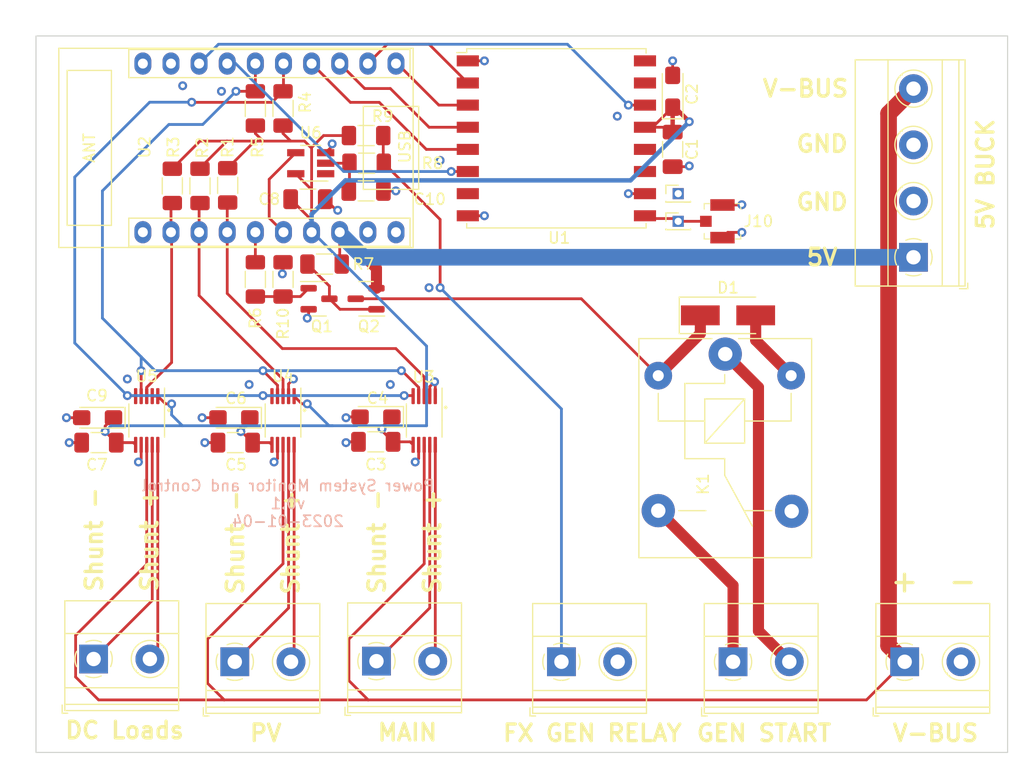
<source format=kicad_pcb>
(kicad_pcb (version 20211014) (generator pcbnew)
  (layers (0 "F.Cu" signal) (1 "In1.Cu" power "GND") (2 "In2.Cu" power "GND2") (31 "B.Cu" signal) (34 "B.Paste" user) (35 "F.Paste" user) (36 "B.SilkS" user "B.Silkscreen") (37 "F.SilkS" user "F.Silkscreen") (38 "B.Mask" user) (39 "F.Mask" user) (44 "Edge.Cuts" user))
  (net 0 "")
  (net 1 "+3.3V")
  (net 2 "GND")
  (net 3 "Net-(C10-Pad1)")
  (net 4 "Net-(D1-Pad1)")
  (net 5 "Net-(J1-Pad1)")
  (net 6 "Net-(J3-Pad1)")
  (net 7 "Net-(J3-Pad2)")
  (net 8 "V-Bus")
  (net 9 "DCAlert")
  (net 10 "MainShunt+")
  (net 11 "MainShunt-")
  (net 12 "PVShunt+")
  (net 13 "PVShunt-")
  (net 14 "DCLoadsShunt+")
  (net 15 "DCLoadsShunt-")
  (net 16 "Net-(J8-Pad1)")
  (net 18 "+5V")
  (net 19 "MainAlert")
  (net 20 "PVAlert")
  (net 21 "SCL")
  (net 22 "SDA")
  (net 23 "GenStart")
  (net 24 "RFM95_MISO")
  (net 25 "RFM95_MOSI")
  (net 26 "RFM95_SCK")
  (net 27 "RFM95_NSS")
  (net 28 "RFM95_RST")
  (net 32 "RFM95_DIO0")
  (net 36 "Ext-Relay")
  (net 39 "Net-(Q1-Pad1)")
  (net 40 "Net-(Q1-Pad3)")
  (footprint "TerminalBlock_Phoenix:TerminalBlock_Phoenix_MKDS-1,5-2-5.08_1x02_P5.08mm_Horizontal" (layer "F.Cu") (at 121.205 126.805)
    (fp_text reference "J3")
    (fp_text value "GenStart")
  )
  (footprint "Package_TO_SOT_SMD:SOT-23" (layer "F.Cu") (at 83.8125 94)
    (fp_text reference "Q1")
    (fp_text value "AO3400A")
  )
  (footprint "TerminalBlock_Phoenix:TerminalBlock_Phoenix_MKDS-1,5-4-5.08_1x04_P5.08mm_Horizontal" (layer "F.Cu") (at 137.5 90.25 90)
    (fp_text reference "J9")
    (fp_text value "5V Buck")
  )
  (footprint "Capacitor_Tantalum_SMD:CP_EIA-3216-18_Kemet-A_Pad1.58x1.35mm_HandSolder" (layer "F.Cu") (at 115.75 75.25 90)
    (fp_text reference "C2")
    (fp_text value "10u")
  )
  (footprint "Resistor_SMD:R_1206_3216Metric_Pad1.30x1.75mm_HandSolder" (layer "F.Cu") (at 73.0625 83.8 -90)
    (fp_text reference "R2")
    (fp_text value "4k7")
  )
  (footprint "TerminalBlock_Phoenix:TerminalBlock_Phoenix_MKDS-1,5-2-5.08_1x02_P5.08mm_Horizontal" (layer "F.Cu") (at 105.705 126.805)
    (fp_text reference "J8")
    (fp_text value "ExtGenRelay")
  )
  (footprint "Capacitor_SMD:C_1206_3216Metric_Pad1.33x1.80mm_HandSolder" (layer "F.Cu") (at 115.75 80.5 -90)
    (fp_text reference "C1")
    (fp_text value "0.1u")
  )
  (footprint "Relay_THT:Relay_SPDT_SANYOU_SRD_Series_Form_C" (layer "F.Cu") (at 120.5 99 -90)
    (fp_text reference "K1")
    (fp_text value "SANYOU_SRD_Form_C")
  )
  (footprint "Resistor_SMD:R_1206_3216Metric_Pad1.30x1.75mm_HandSolder" (layer "F.Cu") (at 84.3125 90.865)
    (fp_text reference "R7")
    (fp_text value "100k")
  )
  (footprint "Capacitor_SMD:C_1206_3216Metric_Pad1.33x1.80mm_HandSolder" (layer "F.Cu") (at 82.8125 85)
    (fp_text reference "C8")
    (fp_text value "0.1u")
  )
  (footprint "Capacitor_SMD:C_1206_3216Metric_Pad1.33x1.80mm_HandSolder" (layer "F.Cu") (at 88.9375 106.92875 180)
    (fp_text reference "C3")
    (fp_text value "0.1u")
  )
  (footprint "Diode_SMD:D_SMA_Handsoldering" (layer "F.Cu") (at 120.75 95.5)
    (fp_text reference "D1")
    (fp_text value "D_Small")
  )
  (footprint "Package_SO:VSSOP-10_3x3mm_P0.5mm" (layer "F.Cu") (at 80.5625 105 -90)
    (fp_text reference "U4")
    (fp_text value "INA226")
  )
  (footprint "Capacitor_Tantalum_SMD:CP_EIA-3216-18_Kemet-A_Pad1.58x1.35mm_HandSolder" (layer "F.Cu") (at 88.955 104.67875 180)
    (fp_text reference "C4")
    (fp_text value "10u")
  )
  (footprint "RF_Module:HOPERF_RFM9XW_SMD" (layer "F.Cu") (at 105.25 79.5)
    (fp_text reference "U1")
    (fp_text value "RFM95W-915S2")
  )
  (footprint "Connector_PinHeader_1.27mm:PinHeader_1x01_P1.27mm_Vertical" (layer "F.Cu") (at 116.25 87)
    (fp_text reference "J1")
    (fp_text value "Antenna_Hole")
  )
  (footprint "Capacitor_SMD:C_1206_3216Metric_Pad1.33x1.80mm_HandSolder" (layer "F.Cu") (at 76.25 107 180)
    (fp_text reference "C5")
    (fp_text value "0.1u")
  )
  (footprint "Resistor_SMD:R_1206_3216Metric_Pad1.30x1.75mm_HandSolder" (layer "F.Cu") (at 75.5625 83.75 -90)
    (fp_text reference "R1")
    (fp_text value "4k7")
  )
  (footprint "Resistor_SMD:R_1206_3216Metric_Pad1.30x1.75mm_HandSolder" (layer "F.Cu") (at 70.5625 83.8 -90)
    (fp_text reference "R3")
    (fp_text value "4k7")
  )
  (footprint "Resistor_SMD:R_1206_3216Metric_Pad1.30x1.75mm_HandSolder" (layer "F.Cu") (at 88.1125 81.75 180)
    (fp_text reference "R8")
    (fp_text value "10k")
  )
  (footprint "TerminalBlock_Phoenix:TerminalBlock_Phoenix_MKDS-1,5-2-5.08_1x02_P5.08mm_Horizontal" (layer "F.Cu") (at 76.205 126.805)
    (fp_text reference "J6")
    (fp_text value "PV")
  )
  (footprint "digikey-footprints:Coax_Conn_U.FL" (layer "F.Cu") (at 120.25 87 -90)
    (fp_text reference "J10")
    (fp_text value "U_FL-R-SMT_10_")
  )
  (footprint "TerminalBlock_Phoenix:TerminalBlock_Phoenix_MKDS-1,5-2-5.08_1x02_P5.08mm_Horizontal" (layer "F.Cu") (at 89 126.75)
    (fp_text reference "J5")
    (fp_text value "MAIN")
  )
  (footprint "Package_SO:VSSOP-10_3x3mm_P0.5mm" (layer "F.Cu") (at 93.3125 105 -90)
    (fp_text reference "U3")
    (fp_text value "INA226")
  )
  (footprint "Capacitor_SMD:C_1206_3216Metric_Pad1.33x1.80mm_HandSolder" (layer "F.Cu") (at 88.0625 84.25)
    (fp_text reference "C10")
    (fp_text value "0.1u")
  )
  (footprint "Resistor_SMD:R_1206_3216Metric_Pad1.30x1.75mm_HandSolder" (layer "F.Cu") (at 80.5625 76.8 90)
    (fp_text reference "R4")
    (fp_text value "4k7")
  )
  (footprint "Resistor_SMD:R_1206_3216Metric_Pad1.30x1.75mm_HandSolder" (layer "F.Cu") (at 78.0625 76.8 90)
    (fp_text reference "R5")
    (fp_text value "4k7")
  )
  (footprint "Connector_PinHeader_1.27mm:PinHeader_1x01_P1.27mm_Vertical" (layer "F.Cu") (at 116.25 84.5)
    (fp_text reference "J2")
    (fp_text value "GroundHole(dipole)")
  )
  (footprint "Resistor_SMD:R_1206_3216Metric_Pad1.30x1.75mm_HandSolder" (layer "F.Cu") (at 88.0625 79.25)
    (fp_text reference "R9")
    (fp_text value "10k")
  )
  (footprint "TerminalBlock_Phoenix:TerminalBlock_Phoenix_MKDS-1,5-2-5.08_1x02_P5.08mm_Horizontal" (layer "F.Cu") (at 136.705 126.805)
    (fp_text reference "J4")
    (fp_text value "VBus/GND")
  )
  (footprint "dmc-footprints:TinyPico" (layer "F.Cu") (at 78.0625 80.365 90)
    (fp_text reference "U2")
    (fp_text value "TinyPico")
  )
  (footprint "Package_TO_SOT_SMD:SOT-23" (layer "F.Cu") (at 88.0625 94 180)
    (fp_text reference "Q2")
    (fp_text value "AO3401A")
  )
  (footprint "Resistor_SMD:R_1206_3216Metric_Pad1.30x1.75mm_HandSolder" (layer "F.Cu") (at 78.0625 92.25 -90)
    (fp_text reference "R6")
    (fp_text value "10k")
  )
  (footprint "Package_TO_SOT_SMD:SOT-23-5_HandSoldering" (layer "F.Cu") (at 83.0625 81.75 180)
    (fp_text reference "U6")
    (fp_text value "74LVC1G14")
  )
  (footprint "Capacitor_Tantalum_SMD:CP_EIA-3216-18_Kemet-A_Pad1.58x1.35mm_HandSolder" (layer "F.Cu") (at 76.125 104.75 180)
    (fp_text reference "C6")
    (fp_text value "10u")
  )
  (footprint "Resistor_SMD:R_1206_3216Metric_Pad1.30x1.75mm_HandSolder" (layer "F.Cu") (at 80.5625 92.25 -90)
    (fp_text reference "R10")
    (fp_text value "100k")
  )
  (footprint "Capacitor_Tantalum_SMD:CP_EIA-3216-18_Kemet-A_Pad1.58x1.35mm_HandSolder" (layer "F.Cu") (at 63.8125 104.75 180)
    (fp_text reference "C9")
    (fp_text value "10u")
  )
  (footprint "TerminalBlock_Phoenix:TerminalBlock_Phoenix_MKDS-1,5-2-5.08_1x02_P5.08mm_Horizontal" (layer "F.Cu") (at 63.455 126.555)
    (fp_text reference "J7")
    (fp_text value "DC_LOADS")
  )
  (footprint "Package_SO:VSSOP-10_3x3mm_P0.5mm" (layer "F.Cu") (at 68.25 105 -90)
    (fp_text reference "U5")
    (fp_text value "INA226")
  )
  (footprint "Capacitor_SMD:C_1206_3216Metric_Pad1.33x1.80mm_HandSolder" (layer "F.Cu") (at 63.9375 107 180)
    (fp_text reference "C7")
    (fp_text value "0.1u")
  )
  (gr_rect (start 58.25 135) (end 146 70.25) (layer "Edge.Cuts") (width 0.1) (fill none))
  (gr_text "Power System Monitor and Control\nv0.1\n2023-01-04" (at 81 112.5) (layer "B.SilkS") (effects (font (size 1 1)) (justify mirror)))
  (gr_text "DC Loads" (at 66.25 133) (layer "F.SilkS") (effects (font (size 1.5 1.5) (thickness 0.3))))
  (gr_text "V-BUS" (at 139.485 133.25) (layer "F.SilkS") (effects (font (size 1.5 1.5) (thickness 0.3))))
  (gr_text "FX GEN RELAY" (at 108.5 133.25) (layer "F.SilkS") (effects (font (size 1.5 1.5) (thickness 0.3))))
  (gr_text "Shunt +" (at 68.5 115.75 90) (layer "F.SilkS") (effects (font (size 1.5 1.5) (thickness 0.3))))
  (gr_text "GEN START" (at 124 133.25) (layer "F.SilkS") (effects (font (size 1.5 1.5) (thickness 0.3))))
  (gr_text "Shunt -" (at 89.045 115.945 90) (layer "F.SilkS") (effects (font (size 1.5 1.5) (thickness 0.3))))
  (gr_text "+" (at 136.69 119.5) (layer "F.SilkS") (effects (font (size 2 2) (thickness 0.3))))
  (gr_text "5V BUCK" (at 144 82.75 90) (layer "F.SilkS") (effects (font (size 1.5 1.5) (thickness 0.3))))
  (gr_text "PV" (at 79 133.25) (layer "F.SilkS") (effects (font (size 1.5 1.5) (thickness 0.3))))
  (gr_text "Shunt -" (at 76.25 116 90) (layer "F.SilkS") (effects (font (size 1.5 1.5) (thickness 0.3))))
  (gr_text "MAIN" (at 91.795 133.195) (layer "F.SilkS") (effects (font (size 1.5 1.5) (thickness 0.3))))
  (gr_text "." (at 95.25 103) (layer "F.SilkS") (effects (font (size 2 2))))
  (gr_text "-" (at 141.94 119.5) (layer "F.SilkS") (effects (font (size 2 2) (thickness 0.3))))
  (gr_text "GND" (at 129.25 80) (layer "F.SilkS") (effects (font (size 1.5 1.5) (thickness 0.3))))
  (gr_text "Shunt +" (at 94.045 115.945 90) (layer "F.SilkS") (effects (font (size 1.5 1.5) (thickness 0.3))))
  (gr_text "V-BUS" (at 127.75 75) (layer "F.SilkS") (effects (font (size 1.5 1.5) (thickness 0.3))))
  (gr_text "." (at 82.5 103.25) (layer "F.SilkS") (effects (font (size 2 2))))
  (gr_text "." (at 70.25 103.25) (layer "F.SilkS") (effects (font (size 2 2))))
  (gr_text "5V" (at 129.25 90.25) (layer "F.SilkS") (effects (font (size 1.5 1.5) (thickness 0.3))))
  (gr_text "Shunt -" (at 63.5 115.75 90) (layer "F.SilkS") (effects (font (size 1.5 1.5) (thickness 0.3))))
  (gr_text "Shunt +" (at 81.25 116 90) (layer "F.SilkS") (effects (font (size 1.5 1.5) (thickness 0.3))))
  (gr_text "GND" (at 129.25 85.25) (layer "F.SilkS") (effects (font (size 1.5 1.5) (thickness 0.3))))
  (segment (start 78.0125 79.75) (end 78.25 79.75) (width 0.25) (layer "F.Cu") (net 1))
  (segment (start 81.7125 82.7125) (end 83.1425 84.1425) (width 0.25) (layer "F.Cu") (net 1))
  (segment (start 64.5 106) (end 64.5 105.5) (width 0.25) (layer "F.Cu") (net 1))
  (segment (start 83.1425 80.332195) (end 83.1425 80.3925) (width 0.25) (layer "F.Cu") (net 1))
  (segment (start 70.5 103.5) (end 69.95 103.5) (width 0.25) (layer "F.Cu") (net 1))
  (segment (start 68.75 102.8) (end 69.25 102.8) (width 0.25) (layer "F.Cu") (net 1))
  (segment (start 89.5 105.75) (end 89.5 105.57125) (width 0.25) (layer "F.Cu") (net 1))
  (segment (start 76.75 106) (end 76.8125 106) (width 0.25) (layer "F.Cu") (net 1))
  (segment (start 116.3125 78.9375) (end 117.25 78) (width 0.4) (layer "F.Cu") (net 1))
  (segment (start 90.5 106.92875) (end 92.04125 106.92875) (width 0.25) (layer "F.Cu") (net 1))
  (segment (start 78.75 79.75) (end 78.25 79.75) (width 0.25) (layer "F.Cu") (net 1))
  (segment (start 84.224695 79.25) (end 83.1425 80.332195) (width 0.25) (layer "F.Cu") (net 1))
  (segment (start 73.0625 82.25) (end 73.0625 82.1875) (width 0.25) (layer "F.Cu") (net 1))
  (segment (start 89.5 105.92875) (end 90.5 106.92875) (width 0.25) (layer "F.Cu") (net 1))
  (segment (start 113.25 78.5) (end 113.9375 78.5) (width 0.25) (layer "F.Cu") (net 1))
  (segment (start 73.0625 79.75) (end 70.5625 82.25) (width 0.25) (layer "F.Cu") (net 1))
  (segment (start 76.8125 106) (end 77.8125 107) (width 0.25) (layer "F.Cu") (net 1))
  (segment (start 115.75 78.9375) (end 116.3125 78.9375) (width 0.25) (layer "F.Cu") (net 1))
  (segment (start 83.1425 85.8925) (end 83.1425 84.1425) (width 0.25) (layer "F.Cu") (net 1))
  (segment (start 67.05 107) (end 67.25 107.2) (width 0.25) (layer "F.Cu") (net 1))
  (segment (start 115.9375 76.6875) (end 117.25 78) (width 0.4) (layer "F.Cu") (net 1))
  (segment (start 64.5 106) (end 65.5 107) (width 0.25) (layer "F.Cu") (net 1))
  (segment (start 82.5 79.75) (end 81.25 79.75) (width 0.25) (layer "F.Cu") (net 1))
  (segment (start 83.1425 86.8925) (end 83.1425 87.985) (width 0.25) (layer "F.Cu") (net 1))
  (segment (start 81.7125 82.7) (end 81.7125 82.7125) (width 0.25) (layer "F.Cu") (net 1))
  (segment (start 89.5 105.57125) (end 90.3925 104.67875) (width 0.25) (layer "F.Cu") (net 1))
  (segment (start 83.1425 84.1425) (end 83.1425 80.3925) (width 0.25) (layer "F.Cu") (net 1))
  (segment (start 115.75 76.6875) (end 115.9375 76.6875) (width 0.4) (layer "F.Cu") (net 1))
  (segment (start 115.75 78.9375) (end 115.3125 78.5) (width 0.25) (layer "F.Cu") (net 1))
  (segment (start 83.1425 87.985) (end 83.1425 85.8925) (width 0.25) (layer "F.Cu") (net 1))
  (segment (start 78.0625 79.0625) (end 78.75 79.75) (width 0.25) (layer "F.Cu") (net 1))
  (segment (start 65.5 107) (end 67.05 107) (width 0.25) (layer "F.Cu") (net 1))
  (segment (start 81.25 79.75) (end 78.75 79.75) (width 0.25) (layer "F.Cu") (net 1))
  (segment (start 86.5125 79.25) (end 84.224695 79.25) (width 0.25) (layer "F.Cu") (net 1))
  (segment (start 113.9375 78.5) (end 115.75 76.6875) (width 0.25) (layer "F.Cu") (net 1))
  (segment (start 76.75 105.5625) (end 77.5625 104.75) (width 0.25) (layer "F.Cu") (net 1))
  (segment (start 80.5625 78.35) (end 80.5625 79.0625) (width 0.25) (layer "F.Cu") (net 1))
  (segment (start 77.8125 107) (end 79.3625 107) (width 0.25) (layer "F.Cu") (net 1))
  (segment (start 83.1425 80.3925) (end 82.5 79.75) (width 0.25) (layer "F.Cu") (net 1))
  (segment (start 92.04125 106.92875) (end 92.3125 107.2) (width 0.25) (layer "F.Cu") (net 1))
  (segment (start 81.25 85) (end 83.1425 86.8925) (width 0.25) (layer "F.Cu") (net 1))
  (segment (start 82.75 103.5) (end 82.2625 103.5) (width 0.25) (layer "F.Cu") (net 1))
  (segment (start 73.0625 82.1875) (end 75.5 79.75) (width 0.25) (layer "F.Cu") (net 1))
  (segment (start 76.75 106) (end 76.75 105.5625) (width 0.25) (layer "F.Cu") (net 1))
  (segment (start 82.2625 103.5) (end 81.5625 102.8) (width 0.25) (layer "F.Cu") (net 1))
  (segment (start 89.5 105.75) (end 89.5 105.92875) (width 0.25) (layer "F.Cu") (net 1))
  (segment (start 64.5 105.5) (end 65.25 104.75) (width 0.25) (layer "F.Cu") (net 1))
  (segment (start 80.5625 79.0625) (end 81.25 79.75) (width 0.25) (layer "F.Cu") (net 1))
  (segment (start 78.25 79.75) (end 75.5 79.75) (width 0.25) (layer "F.Cu") (net 1))
  (segment (start 115.75 76.6875) (end 115.75 78.9375) (width 0.4) (layer "F.Cu") (net 1))
  (segment (start 69.95 103.5) (end 69.25 102.8) (width 0.25) (layer "F.Cu") (net 1))
  (segment (start 79.3625 107) (end 79.5625 107.2) (width 0.25) (layer "F.Cu") (net 1))
  (segment (start 115.3125 78.5) (end 113.25 78.5) (width 0.25) (layer "F.Cu") (net 1))
  (segment (start 75.5 79.75) (end 73.0625 79.75) (width 0.25) (layer "F.Cu") (net 1))
  (segment (start 75.5625 82.2) (end 78.0125 79.75) (width 0.25) (layer "F.Cu") (net 1))
  (segment (start 78.0625 78.35) (end 78.0625 79.0625) (width 0.25) (layer "F.Cu") (net 1))
  (via (at 70.5 103.5) (size 0.8) (drill 0.4) (layers "F.Cu" "B.Cu") (net 1))
  (via (at 89.5 105.75) (size 0.8) (drill 0.4) (layers "F.Cu" "B.Cu") (net 1))
  (via (at 117.25 78) (size 0.8) (drill 0.4) (layers "F.Cu" "B.Cu") (net 1))
  (via (at 64.5 106) (size 0.8) (drill 0.4) (layers "F.Cu" "B.Cu") (net 1))
  (via (at 82.75 103.5) (size 0.8) (drill 0.4) (layers "F.Cu" "B.Cu") (net 1))
  (via (at 76.75 106) (size 0.8) (drill 0.4) (layers "F.Cu" "B.Cu") (net 1))
  (segment (start 83.1425 86.3575) (end 83.1425 87.985) (width 0.4) (layer "B.Cu") (net 1))
  (segment (start 85.025 105.475) (end 89.775 105.475) (width 0.25) (layer "B.Cu") (net 1))
  (segment (start 117.25 78) (end 111.95 83.3) (width 0.4) (layer "B.Cu") (net 1))
  (segment (start 83.475 88.3175) (end 83.1425 87.985) (width 0.25) (layer "B.Cu") (net 1))
  (segment (start 64.5 106) (end 65.025 105.475) (width 0.25) (layer "B.Cu") (net 1))
  (segment (start 82.75 103.5) (end 84.725 105.475) (width 0.25) (layer "B.Cu") (net 1))
  (segment (start 71.475 105.475) (end 77.275 105.475) (width 0.25) (layer "B.Cu") (net 1))
  (segment (start 93.525 105.475) (end 93.525 98.275) (width 0.25) (layer "B.Cu") (net 1))
  (segment (start 86.2 83.3) (end 83.1425 86.3575) (width 0.4) (layer "B.Cu") (net 1))
  (segment (start 89.5 105.75) (end 89.775 105.475) (width 0.25) (layer "B.Cu") (net 1))
  (segment (start 93.525 98.275) (end 83.5675 88.3175) (width 0.25) (layer "B.Cu") (net 1))
  (segment (start 89.775 105.475) (end 93.525 105.475) (width 0.25) (layer "B.Cu") (net 1))
  (segment (start 65.025 105.475) (end 71.475 105.475) (width 0.25) (layer "B.Cu") (net 1))
  (segment (start 77.275 105.475) (end 85.025 105.475) (width 0.25) (layer "B.Cu") (net 1))
  (segment (start 83.5675 88.3175) (end 83.475 88.3175) (width 0.25) (layer "B.Cu") (net 1))
  (segment (start 70.5 103.5) (end 70.5 104.5) (width 0.25) (layer "B.Cu") (net 1))
  (segment (start 111.95 83.3) (end 86.2 83.3) (width 0.4) (layer "B.Cu") (net 1))
  (segment (start 70.5 104.5) (end 71.475 105.475) (width 0.25) (layer "B.Cu") (net 1))
  (segment (start 84.725 105.475) (end 85.025 105.475) (width 0.25) (layer "B.Cu") (net 1))
  (segment (start 76.75 106) (end 77.275 105.475) (width 0.25) (layer "B.Cu") (net 1))
  (segment (start 86.32125 106.92875) (end 86.25 107) (width 0.25) (layer "F.Cu") (net 2))
  (segment (start 87.5175 104.67875) (end 86.32125 104.67875) (width 0.25) (layer "F.Cu") (net 2))
  (segment (start 115.75 82.0625) (end 117.1875 82.0625) (width 0.25) (layer "F.Cu") (net 2))
  (segment (start 97.25 72.5) (end 98.75 72.5) (width 0.25) (layer "F.Cu") (net 2))
  (segment (start 113.25 84.5) (end 111.75 84.5) (width 0.25) (layer "F.Cu") (net 2))
  (segment (start 97.25 86.5) (end 98.75 86.5) (width 0.25) (layer "F.Cu") (net 2))
  (segment (start 123.25 95.5) (end 123.25 97.75) (width 1) (layer "F.Cu") (net 2))
  (segment (start 93.8125 102.8) (end 93.8125 101.9375) (width 0.25) (layer "F.Cu") (net 2))
  (segment (start 62.375 107) (end 61.25 107) (width 0.25) (layer "F.Cu") (net 2))
  (segment (start 80.5625 91.6875) (end 80.5 91.75) (width 0.25) (layer "F.Cu") (net 2))
  (segment (start 115.75 73.8125) (end 115.75 72.5) (width 0.25) (layer "F.Cu") (net 2))
  (segment (start 62.375 104.75) (end 61 104.75) (width 0.25) (layer "F.Cu") (net 2))
  (segment (start 82.875 95.625) (end 82.75 95.75) (width 0.25) (layer "F.Cu") (net 2))
  (segment (start 81.5 101.25) (end 81.0625 101.6875) (width 0.25) (layer "F.Cu") (net 2))
  (segment (start 80.5625 90.7) (end 80.5625 91.6875) (width 0.25) (layer "F.Cu") (net 2))
  (segment (start 117.1875 82.0625) (end 117.25 82) (width 0.25) (layer "F.Cu") (net 2))
  (segment (start 94.3125 102.8) (end 94.3125 101.5625) (width 0.25) (layer "F.Cu") (net 2))
  (segment (start 67.75 108.500352) (end 67.75 107.2) (width 0.25) (layer "F.Cu") (net 2))
  (segment (start 80.0625 108.4375) (end 80.0625 107.2) (width 0.25) (layer "F.Cu") (net 2))
  (segment (start 67.500352 108.75) (end 67.75 108.500352) (width 0.25) (layer "F.Cu") (net 2))
  (segment (start 81.0625 101.6875) (end 81.0625 102.8) (width 0.25) (layer "F.Cu") (net 2))
  (segment (start 92.8125 108.4375) (end 92.8125 107.2) (width 0.25) (layer "F.Cu") (net 2))
  (segment (start 122 88) (end 120.725 88) (width 0.25) (layer "F.Cu") (net 2))
  (segment (start 90.75 84.25) (end 89.625 84.25) (width 0.25) (layer "F.Cu") (net 2))
  (segment (start 74.6875 107) (end 73.5 107) (width 0.25) (layer "F.Cu") (net 2))
  (segment (start 85.5 86) (end 85.375 86) (width 0.25) (layer "F.Cu") (net 2))
  (segment (start 85 80.2125) (end 84.4125 80.8) (width 0.25) (layer "F.Cu") (net 2))
  (segment (start 93.8125 101.9375) (end 94.25 101.5) (width 0.25) (layer "F.Cu") (net 2))
  (segment (start 82.875 94.95) (end 82.875 95.625) (width 0.25) (layer "F.Cu") (net 2))
  (segment (start 79.75 108.75) (end 80.0625 108.4375) (width 0.25) (layer "F.Cu") (net 2))
  (segment (start 122 85.5) (end 121.975 85.525) (width 0.25) (layer "F.Cu") (net 2))
  (segment (start 123.25 97.75) (end 126.45 100.95) (width 1) (layer "F.Cu") (net 2))
  (segment (start 87.375 106.92875) (end 86.32125 106.92875) (width 0.25) (layer "F.Cu") (net 2))
  (segment (start 85 80) (end 85 80.2125) (width 0.25) (layer "F.Cu") (net 2))
  (segment (start 86.32125 104.67875) (end 86.25 104.75) (width 0.25) (layer "F.Cu") (net 2))
  (segment (start 120.725 88) (end 120.25 88.475) (width 0.25) (layer "F.Cu") (net 2))
  (segment (start 92.5 108.75) (end 92.8125 108.4375) (width 0.25) (layer "F.Cu") (net 2))
  (segment (start 85.375 86) (end 84.375 85) (width 0.25) (layer "F.Cu") (net 2))
  (segment (start 94.3125 101.5625) (end 94.25 101.5) (width 0.25) (layer "F.Cu") (net 2))
  (segment (start 121.975 85.525) (end 120.25 85.525) (width 0.25) (layer "F.Cu") (net 2))
  (segment (start 74.6875 104.75) (end 73.25 104.75) (width 0.25) (layer "F.Cu") (net 2))
  (via (at 122 88) (size 0.8) (drill 0.4) (layers "F.Cu" "B.Cu") (net 2))
  (via (at 86.25 107) (size 0.8) (drill 0.4) (layers "F.Cu" "B.Cu") (net 2))
  (via (at 98.75 72.5) (size 0.8) (drill 0.4) (layers "F.Cu" "B.Cu") (net 2))
  (via (at 90.25 101.75) (size 0.8) (drill 0.4) (layers "F.Cu" "B.Cu") (net 2))
  (via (at 82.75 95.75) (size 0.8) (drill 0.4) (layers "F.Cu" "B.Cu") (net 2))
  (via (at 110.75 77.5) (size 0.8) (drill 0.4) (layers "F.Cu" "B.Cu") (net 2))
  (via (at 73.25 104.75) (size 0.8) (drill 0.4) (layers "F.Cu" "B.Cu") (net 2))
  (via (at 71.5 74.75) (size 0.8) (drill 0.4) (layers "F.Cu" "B.Cu") (net 2))
  (via (at 73.5 107) (size 0.8) (drill 0.4) (layers "F.Cu" "B.Cu") (net 2))
  (via (at 115.75 72.5) (size 0.8) (drill 0.4) (layers "F.Cu" "B.Cu") (net 2))
  (via (at 81.5 101.25) (size 0.8) (drill 0.4) (layers "F.Cu" "B.Cu") (net 2))
  (via (at 94.75 81.5) (size 0.8) (drill 0.4) (layers "F.Cu" "B.Cu") (net 2))
  (via (at 77.5 101.75) (size 0.8) (drill 0.4) (layers "F.Cu" "B.Cu") (net 2))
  (via (at 67.500352 108.75) (size 0.8) (drill 0.4) (layers "F.Cu" "B.Cu") (net 2))
  (via (at 66.5 101.25) (size 0.8) (drill 0.4) (layers "F.Cu" "B.Cu") (net 2))
  (via (at 86.25 104.75) (size 0.8) (drill 0.4) (layers "F.Cu" "B.Cu") (net 2))
  (via (at 85 80) (size 0.8) (drill 0.4) (layers "F.Cu" "B.Cu") (net 2))
  (via (at 79.75 108.75) (size 0.8) (drill 0.4) (layers "F.Cu" "B.Cu") (net 2))
  (via (at 111.75 84.5) (size 0.8) (drill 0.4) (layers "F.Cu" "B.Cu") (net 2))
  (via (at 61 104.75) (size 0.8) (drill 0.4) (layers "F.Cu" "B.Cu") (net 2))
  (via (at 90.75 84.25) (size 0.8) (drill 0.4) (layers "F.Cu" "B.Cu") (net 2))
  (via (at 75 75.25) (size 0.8) (drill 0.4) (layers "F.Cu" "B.Cu") (net 2))
  (via (at 92.5 108.75) (size 0.8) (drill 0.4) (layers "F.Cu" "B.Cu") (net 2))
  (via (at 85.5 86) (size 0.8) (drill 0.4) (layers "F.Cu" "B.Cu") (net 2))
  (via (at 98.75 86.5) (size 0.8) (drill 0.4) (layers "F.Cu" "B.Cu") (net 2))
  (via (at 122 85.5) (size 0.8) (drill 0.4) (layers "F.Cu" "B.Cu") (net 2))
  (via (at 94.25 101.5) (size 0.8) (drill 0.4) (layers "F.Cu" "B.Cu") (net 2))
  (via (at 61.25 107) (size 0.8) (drill 0.4) (layers "F.Cu" "B.Cu") (net 2))
  (via (at 117.25 82) (size 0.8) (drill 0.4) (layers "F.Cu" "B.Cu") (net 2))
  (via (at 80.5 91.75) (size 0.8) (drill 0.4) (layers "F.Cu" "B.Cu") (net 2))
  (via (at 93.75 93) (size 0.8) (drill 0.4) (layers "F.Cu" "B.Cu") (net 2))
  (segment (start 84.4125 81.75) (end 86.5625 81.75) (width 0.25) (layer "F.Cu") (net 3))
  (segment (start 86.5625 81.75) (end 86.5625 84.1875) (width 0.25) (layer "F.Cu") (net 3))
  (segment (start 86.5625 84.1875) (end 86.5 84.25) (width 0.25) (layer "F.Cu") (net 3))
  (segment (start 118.25 95.5) (end 118.25 97.15) (width 1) (layer "F.Cu") (net 4))
  (segment (start 118.25 97.15) (end 114.45 100.95) (width 1) (layer "F.Cu") (net 4))
  (segment (start 107.5 94) (end 114.45 100.95) (width 0.25) (layer "F.Cu") (net 4))
  (segment (start 87.125 94) (end 107.5 94) (width 0.25) (layer "F.Cu") (net 4))
  (segment (start 116.25 87) (end 118.75 87) (width 0.25) (layer "F.Cu") (net 5))
  (segment (start 113.25 86.5) (end 113.5 86.75) (width 0.25) (layer "F.Cu") (net 5))
  (segment (start 113.5 86.75) (end 116 86.75) (width 0.25) (layer "F.Cu") (net 5))
  (segment (start 116 86.75) (end 116.25 87) (width 0.25) (layer "F.Cu") (net 5))
  (segment (start 121.205 119.905) (end 114.45 113.15) (width 1) (layer "F.Cu") (net 6))
  (segment (start 121.205 126.805) (end 121.205 119.905) (width 1) (layer "F.Cu") (net 6))
  (segment (start 120.5 99) (end 123.5 102) (width 1) (layer "F.Cu") (net 7))
  (segment (start 123.5 102) (end 123.5 124.02) (width 1) (layer "F.Cu") (net 7))
  (segment (start 123.5 124.02) (end 126.285 126.805) (width 1) (layer "F.Cu") (net 7))
  (segment (start 136.705 126.805) (end 133.26 130.25) (width 0.25) (layer "F.Cu") (net 8))
  (segment (start 88.25 130.25) (end 75.25 130.25) (width 0.25) (layer "F.Cu") (net 8))
  (segment (start 86.5125 124.75) (end 86.5125 128.5125) (width 0.25) (layer "F.Cu") (net 8))
  (segment (start 137.5 75.01) (end 135.25 77.26) (width 1.5) (layer "F.Cu") (net 8))
  (segment (start 86.5125 128.5125) (end 88.25 130.25) (width 0.25) (layer "F.Cu") (net 8))
  (segment (start 63.9 130.25) (end 61.83 128.18) (width 0.25) (layer "F.Cu") (net 8))
  (segment (start 61.83 128.18) (end 61.83 124.42) (width 0.25) (layer "F.Cu") (net 8))
  (segment (start 93.3125 117.95) (end 86.5125 124.75) (width 0.25) (layer "F.Cu") (net 8))
  (segment (start 133.26 130.25) (end 88.25 130.25) (width 0.25) (layer "F.Cu") (net 8))
  (segment (start 75.25 130.25) (end 63.9 130.25) (width 0.25) (layer "F.Cu") (net 8))
  (segment (start 68.25 118) (end 68.25 107.2) (width 0.25) (layer "F.Cu") (net 8))
  (segment (start 73.75 124.75) (end 73.75 128.75) (width 0.25) (layer "F.Cu") (net 8))
  (segment (start 135.25 125.35) (end 136.705 126.805) (width 1.5) (layer "F.Cu") (net 8))
  (segment (start 73.75 128.75) (end 75.25 130.25) (width 0.25) (layer "F.Cu") (net 8))
  (segment (start 80.5625 107.2) (end 80.5625 117.9375) (width 0.25) (layer "F.Cu") (net 8))
  (segment (start 61.83 124.42) (end 68.25 118) (width 0.25) (layer "F.Cu") (net 8))
  (segment (start 80.5625 117.9375) (end 73.75 124.75) (width 0.25) (layer "F.Cu") (net 8))
  (segment (start 93.3125 107.2) (end 93.3125 117.95) (width 0.25) (layer "F.Cu") (net 8))
  (segment (start 135.25 77.26) (end 135.25 125.35) (width 1.5) (layer "F.Cu") (net 8))
  (segment (start 68.25 102.009315) (end 68.25 102.8) (width 0.25) (layer "F.Cu") (net 9))
  (segment (start 70.4425 87.985) (end 70.5 88.0425) (width 0.25) (layer "F.Cu") (net 9))
  (segment (start 70.5 88.0425) (end 70.5 99.759315) (width 0.25) (layer "F.Cu") (net 9))
  (segment (start 70.5 99.759315) (end 68.25 102.009315) (width 0.25) (layer "F.Cu") (net 9))
  (segment (start 70.4425 85.47) (end 70.4425 87.985) (width 0.25) (layer "F.Cu") (net 9))
  (segment (start 70.5625 85.35) (end 70.4425 85.47) (width 0.25) (layer "F.Cu") (net 9))
  (segment (start 94.3125 126.5175) (end 94.3125 107.2) (width 0.25) (layer "F.Cu") (net 10))
  (segment (start 94.08 126.75) (end 94.3125 126.5175) (width 0.25) (layer "F.Cu") (net 10))
  (segment (start 89 126.75) (end 93.8125 121.9375) (width 0.25) (layer "F.Cu") (net 11))
  (segment (start 93.8125 121.9375) (end 93.8125 107.2) (width 0.25) (layer "F.Cu") (net 11))
  (segment (start 81.285 126.805) (end 81.5625 126.5275) (width 0.25) (layer "F.Cu") (net 12))
  (segment (start 81.5625 126.5275) (end 81.5625 107.2) (width 0.25) (layer "F.Cu") (net 12))
  (segment (start 76.205 126.805) (end 81.0625 121.9475) (width 0.25) (layer "F.Cu") (net 13))
  (segment (start 81.0625 121.9475) (end 81.0625 107.2) (width 0.25) (layer "F.Cu") (net 13))
  (segment (start 69.25 125.84) (end 69.25 107.2) (width 0.25) (layer "F.Cu") (net 14))
  (segment (start 68.535 126.555) (end 69.25 125.84) (width 0.25) (layer "F.Cu") (net 14))
  (segment (start 63.455 126.555) (end 68.75 121.26) (width 0.25) (layer "F.Cu") (net 15))
  (segment (start 68.75 121.26) (end 68.75 107.2) (width 0.25) (layer "F.Cu") (net 15))
  (segment (start 89.6125 81.7) (end 89.6625 81.75) (width 0.25) (layer "F.Cu") (net 16))
  (segment (start 89.6625 81.75) (end 94.75 86.8375) (width 0.25) (layer "F.Cu") (net 16))
  (segment (start 89.6125 79.25) (end 89.6125 81.7) (width 0.25) (layer "F.Cu") (net 16))
  (segment (start 94.75 86.8375) (end 94.75 93) (width 0.25) (layer "F.Cu") (net 16))
  (via (at 94.75 93) (size 0.8) (drill 0.4) (layers "F.Cu" "B.Cu") (net 16))
  (segment (start 94.75 93) (end 105.705 103.955) (width 0.25) (layer "B.Cu") (net 16))
  (segment (start 105.705 103.955) (end 105.705 126.805) (width 0.25) (layer "B.Cu") (net 16))
  (segment (start 85.6825 90.685) (end 85.6825 87.985) (width 0.25) (layer "F.Cu") (net 18))
  (segment (start 85.735 87.985) (end 89 91.25) (width 1) (layer "F.Cu") (net 18))
  (segment (start 89 91.25) (end 89 93.05) (width 1) (layer "F.Cu") (net 18))
  (segment (start 85.6825 87.985) (end 85.735 87.985) (width 1) (layer "F.Cu") (net 18))
  (segment (start 85.8625 90.865) (end 85.6825 90.685) (width 0.25) (layer "F.Cu") (net 18))
  (segment (start 137.5 90.25) (end 87.828366 90.25) (width 1.5) (layer "B.Cu") (net 18))
  (segment (start 87.828366 90.25) (end 85.6825 88.104134) (width 1.5) (layer "B.Cu") (net 18))
  (segment (start 85.6825 88.104134) (end 85.6825 87.985) (width 1.5) (layer "B.Cu") (net 18))
  (segment (start 93.3125 101.0625) (end 93.3125 102.8) (width 0.25) (layer "F.Cu") (net 19))
  (segment (start 75.5625 85.3) (end 75.5225 85.34) (width 0.25) (layer "F.Cu") (net 19))
  (segment (start 90.75 98.5) (end 93.3125 101.0625) (width 0.25) (layer "F.Cu") (net 19))
  (segment (start 75.5225 85.34) (end 75.5225 87.985) (width 0.25) (layer "F.Cu") (net 19))
  (segment (start 80.5 98.5) (end 90.75 98.5) (width 0.25) (layer "F.Cu") (net 19))
  (segment (start 75.5225 87.985) (end 75.5225 93.5225) (width 0.25) (layer "F.Cu") (net 19))
  (segment (start 75.5225 93.5225) (end 80.5 98.5) (width 0.25) (layer "F.Cu") (net 19))
  (segment (start 72.9825 87.985) (end 72.9825 93.707195) (width 0.25) (layer "F.Cu") (net 20))
  (segment (start 72.9825 85.43) (end 72.9825 87.985) (width 0.25) (layer "F.Cu") (net 20))
  (segment (start 80.5625 101.287195) (end 80.5625 102.8) (width 0.25) (layer "F.Cu") (net 20))
  (segment (start 72.9825 93.707195) (end 80.5625 101.287195) (width 0.25) (layer "F.Cu") (net 20))
  (segment (start 73.0625 85.35) (end 72.9825 85.43) (width 0.25) (layer "F.Cu") (net 20))
  (segment (start 79.5125 102.75) (end 79.5625 102.8) (width 0.25) (layer "F.Cu") (net 21))
  (segment (start 91.5 102.75) (end 92.2625 102.75) (width 0.25) (layer "F.Cu") (net 21))
  (segment (start 80.6025 72.745) (end 80.6025 75.21) (width 0.25) (layer "F.Cu") (net 21))
  (segment (start 78.75 102.75) (end 79.5125 102.75) (width 0.25) (layer "F.Cu") (net 21))
  (segment (start 72.324799 76.25) (end 79.5625 76.25) (width 0.25) (layer "F.Cu") (net 21))
  (segment (start 67.2 102.75) (end 67.25 102.8) (width 0.25) (layer "F.Cu") (net 21))
  (segment (start 79.5625 76.25) (end 80.5625 75.25) (width 0.25) (layer "F.Cu") (net 21))
  (segment (start 80.6025 75.21) (end 80.5625 75.25) (width 0.25) (layer "F.Cu") (net 21))
  (segment (start 92.2625 102.75) (end 92.3125 102.8) (width 0.25) (layer "F.Cu") (net 21))
  (segment (start 66.5 102.75) (end 67.2 102.75) (width 0.25) (layer "F.Cu") (net 21))
  (via (at 91.5 102.75) (size 0.8) (drill 0.4) (layers "F.Cu" "B.Cu") (net 21))
  (via (at 78.75 102.75) (size 0.8) (drill 0.4) (layers "F.Cu" "B.Cu") (net 21))
  (via (at 72.3125 76.237701) (size 0.8) (drill 0.4) (layers "F.Cu" "B.Cu") (net 21))
  (via (at 66.5 102.75) (size 0.8) (drill 0.4) (layers "F.Cu" "B.Cu") (net 21))
  (segment (start 72.3125 76.237701) (end 68.512299 76.237701) (width 0.25) (layer "B.Cu") (net 21))
  (segment (start 61.75 83) (end 61.75 98) (width 0.25) (layer "B.Cu") (net 21))
  (segment (start 68.512299 76.237701) (end 61.75 83) (width 0.25) (layer "B.Cu") (net 21))
  (segment (start 61.75 98) (end 66.5 102.75) (width 0.25) (layer "B.Cu") (net 21))
  (segment (start 91.5 102.75) (end 66.5 102.75) (width 0.25) (layer "B.Cu") (net 21))
  (segment (start 78.75 100.5) (end 80.0625 101.8125) (width 0.25) (layer "F.Cu") (net 22))
  (segment (start 91.25 100.5) (end 91.303185 100.5) (width 0.25) (layer "F.Cu") (net 22))
  (segment (start 91.303185 100.5) (end 92.8125 102.009315) (width 0.25) (layer "F.Cu") (net 22))
  (segment (start 76.3125 75.25) (end 78.0625 75.25) (width 0.25) (layer "F.Cu") (net 22))
  (segment (start 78.0625 72.745) (end 78.0625 75.25) (width 0.25) (layer "F.Cu") (net 22))
  (segment (start 80.0625 101.8125) (end 80.0625 102.8) (width 0.25) (layer "F.Cu") (net 22))
  (segment (start 92.8125 102.009315) (end 92.8125 102.8) (width 0.25) (layer "F.Cu") (net 22))
  (segment (start 67.75 100.5) (end 67.75 102.8) (width 0.25) (layer "F.Cu") (net 22))
  (via (at 91.25 100.5) (size 0.8) (drill 0.4) (layers "F.Cu" "B.Cu") (net 22))
  (via (at 78.75 100.5) (size 0.8) (drill 0.4) (layers "F.Cu" "B.Cu") (net 22))
  (via (at 67.75 100.5) (size 0.8) (drill 0.4) (layers "F.Cu" "B.Cu") (net 22))
  (via (at 76.3125 75.25) (size 0.8) (drill 0.4) (layers "F.Cu" "B.Cu") (net 22))
  (segment (start 64.25 84.25) (end 70.25 78.25) (width 0.25) (layer "B.Cu") (net 22))
  (segment (start 91.25 100.5) (end 69 100.5) (width 0.25) (layer "B.Cu") (net 22))
  (segment (start 69 100.5) (end 67.75 99.25) (width 0.25) (layer "B.Cu") (net 22))
  (segment (start 67.75 99.25) (end 64.25 95.75) (width 0.25) (layer "B.Cu") (net 22))
  (segment (start 70.25 78.25) (end 73.3125 78.25) (width 0.25) (layer "B.Cu") (net 22))
  (segment (start 67.75 100.5) (end 67.75 99.25) (width 0.25) (layer "B.Cu") (net 22))
  (segment (start 73.3125 78.25) (end 76.3125 75.25) (width 0.25) (layer "B.Cu") (net 22))
  (segment (start 64.25 95.75) (end 64.25 84.25) (width 0.25) (layer "B.Cu") (net 22))
  (segment (start 78.0625 87.985) (end 78.0625 90.7) (width 0.25) (layer "F.Cu") (net 23))
  (segment (start 97.25 74.5) (end 93.75 71) (width 0.25) (layer "F.Cu") (net 24))
  (segment (start 93.75 71) (end 89.9675 71) (width 0.25) (layer "F.Cu") (net 24))
  (segment (start 89.9675 71) (end 88.2225 72.745) (width 0.25) (layer "F.Cu") (net 24))
  (segment (start 90.7625 72.745) (end 90.87875 72.745) (width 0.25) (layer "F.Cu") (net 25))
  (segment (start 94.63375 76.5) (end 97.25 76.5) (width 0.25) (layer "F.Cu") (net 25))
  (segment (start 90.87875 72.745) (end 94.63375 76.5) (width 0.25) (layer "F.Cu") (net 25))
  (segment (start 87.9375 75) (end 85.6825 72.745) (width 0.25) (layer "F.Cu") (net 26))
  (segment (start 90.25 75) (end 87.9375 75) (width 0.25) (layer "F.Cu") (net 26))
  (segment (start 93.75 78.5) (end 90.25 75) (width 0.25) (layer "F.Cu") (net 26))
  (segment (start 97.25 78.5) (end 93.75 78.5) (width 0.25) (layer "F.Cu") (net 26))
  (segment (start 93.5 80.5) (end 89.25 76.25) (width 0.25) (layer "F.Cu") (net 27))
  (segment (start 97.25 80.5) (end 93.5 80.5) (width 0.25) (layer "F.Cu") (net 27))
  (segment (start 89.25 76.25) (end 86.6475 76.25) (width 0.25) (layer "F.Cu") (net 27))
  (segment (start 86.6475 76.25) (end 83.1425 72.745) (width 0.25) (layer "F.Cu") (net 27))
  (segment (start 97.25 82.5) (end 95.75 82.5) (width 0.25) (layer "F.Cu") (net 28))
  (via (at 95.75 82.5) (size 0.8) (drill 0.4) (layers "F.Cu" "B.Cu") (net 28))
  (segment (start 95.75 82.5) (end 86.04225 82.5) (width 0.25) (layer "B.Cu") (net 28))
  (segment (start 86.04225 82.5) (end 76.28725 72.745) (width 0.25) (layer "B.Cu") (net 28))
  (segment (start 76.28725 72.745) (end 75.5225 72.745) (width 0.25) (layer "B.Cu") (net 28))
  (segment (start 113.25 76.5) (end 111.75 76.5) (width 0.25) (layer "F.Cu") (net 32))
  (via (at 111.75 76.5) (size 0.8) (drill 0.4) (layers "F.Cu" "B.Cu") (net 32))
  (segment (start 106.25 71) (end 74.7275 71) (width 0.25) (layer "B.Cu") (net 32))
  (segment (start 74.7275 71) (end 72.9825 72.745) (width 0.25) (layer "B.Cu") (net 32))
  (segment (start 111.75 76.5) (end 106.25 71) (width 0.25) (layer "B.Cu") (net 32))
  (segment (start 81.7125 80.8) (end 79.3125 83.2) (width 0.25) (layer "F.Cu") (net 36))
  (segment (start 79.3125 86.695) (end 80.6025 87.985) (width 0.25) (layer "F.Cu") (net 36))
  (segment (start 79.3125 83.2) (end 79.3125 86.695) (width 0.25) (layer "F.Cu") (net 36))
  (segment (start 78.0625 93.8) (end 80.5625 93.8) (width 0.25) (layer "F.Cu") (net 39))
  (segment (start 80.5625 93.8) (end 82.125 93.8) (width 0.25) (layer "F.Cu") (net 39))
  (segment (start 82.125 93.8) (end 82.875 93.05) (width 0.25) (layer "F.Cu") (net 39))
  (segment (start 84.75 94) (end 85.7 94.95) (width 0.25) (layer "F.Cu") (net 40))
  (segment (start 85.7 94.95) (end 89 94.95) (width 0.25) (layer "F.Cu") (net 40))
  (segment (start 84.75 92.8525) (end 84.75 94) (width 0.25) (layer "F.Cu") (net 40))
  (segment (start 82.7625 90.865) (end 84.75 92.8525) (width 0.25) (layer "F.Cu") (net 40))
)
</source>
